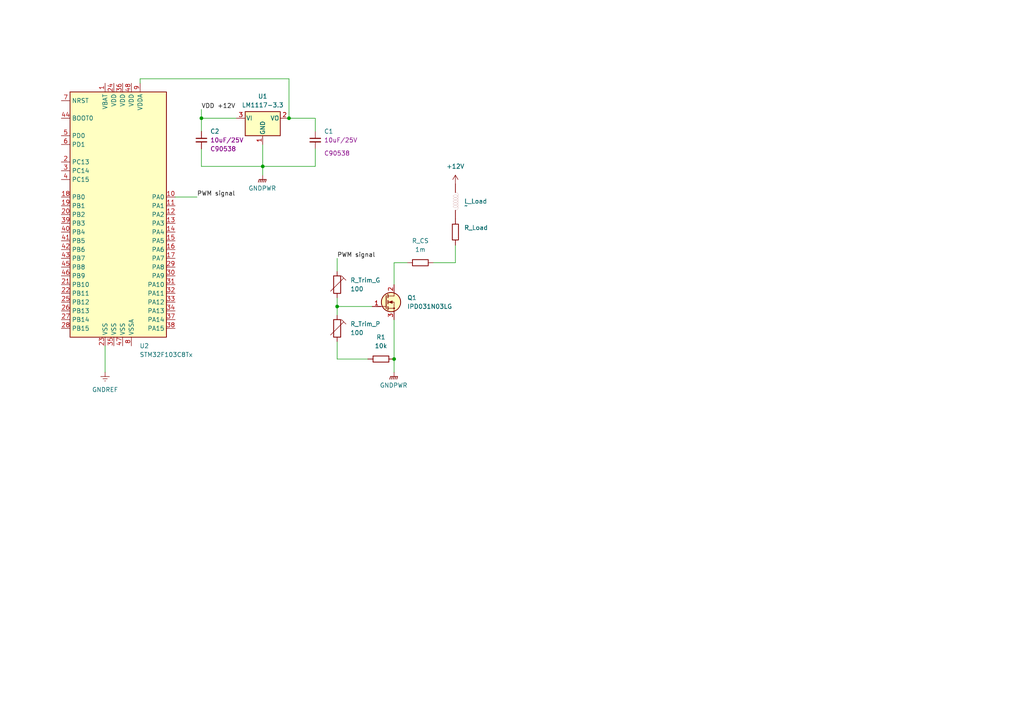
<source format=kicad_sch>
(kicad_sch (version 20231120) (generator "eeschema") (generator_version "8.0")
  (paper "A4")
  (lib_symbols
    (symbol "Device:R_Trim" (pin_numbers hide) (pin_names (offset 0))
      (property "Reference" "R" (at 2.54 -2.54 90))
      (property "Value" "R_Trim" (at -2.54 -0.635 90))
      (symbol "R_Trim_1_1"
        (pin passive line (at 0 3.81 270) (length 1.27) (name "~") (number "1"))
        (pin passive line (at 0 -3.81 90) (length 1.27) (name "~") (number "2"))
      )
    )
    (symbol "MCU_ST_STM32F1:STM32F103C8Tx"
      (property "Reference" "U" (at -15.24 36.83 0))
      (property "Value" "STM32F103C8Tx" (at 7.62 36.83 0))
      (symbol "STM32F103C8Tx_1_1"
        (pin power_in line (at -5.08 38.1 270) (length 2.54) (name "VBAT") (number "1"))
        (pin bidirectional line (at 15.24 5.08 180) (length 2.54) (name "PA0") (number "10"))
        (pin bidirectional line (at 15.24 2.54 180) (length 2.54) (name "PA1") (number "11"))
        (pin bidirectional line (at 15.24 0 180) (length 2.54) (name "PA2") (number "12"))
        (pin bidirectional line (at 15.24 -2.54 180) (length 2.54) (name "PA3") (number "13"))
        (pin bidirectional line (at 15.24 -5.08 180) (length 2.54) (name "PA4") (number "14"))
        (pin bidirectional line (at 15.24 -7.62 180) (length 2.54) (name "PA5") (number "15"))
        (pin bidirectional line (at 15.24 -10.16 180) (length 2.54) (name "PA6") (number "16"))
        (pin bidirectional line (at 15.24 -12.7 180) (length 2.54) (name "PA7") (number "17"))
        (pin bidirectional line (at -17.78 5.08 0) (length 2.54) (name "PB0") (number "18"))
        (pin bidirectional line (at -17.78 2.54 0) (length 2.54) (name "PB1") (number "19"))
        (pin bidirectional line (at -17.78 15.24 0) (length 2.54) (name "PC13") (number "2"))
        (pin bidirectional line (at -17.78 0 0) (length 2.54) (name "PB2") (number "20"))
        (pin bidirectional line (at -17.78 -20.32 0) (length 2.54) (name "PB10") (number "21"))
        (pin bidirectional line (at -17.78 -22.86 0) (length 2.54) (name "PB11") (number "22"))
        (pin power_in line (at -5.08 -38.1 90) (length 2.54) (name "VSS") (number "23"))
        (pin power_in line (at -2.54 38.1 270) (length 2.54) (name "VDD") (number "24"))
        (pin bidirectional line (at -17.78 -25.4 0) (length 2.54) (name "PB12") (number "25"))
        (pin bidirectional line (at -17.78 -27.94 0) (length 2.54) (name "PB13") (number "26"))
        (pin bidirectional line (at -17.78 -30.48 0) (length 2.54) (name "PB14") (number "27"))
        (pin bidirectional line (at -17.78 -33.02 0) (length 2.54) (name "PB15") (number "28"))
        (pin bidirectional line (at 15.24 -15.24 180) (length 2.54) (name "PA8") (number "29"))
        (pin bidirectional line (at -17.78 12.7 0) (length 2.54) (name "PC14") (number "3"))
        (pin bidirectional line (at 15.24 -17.78 180) (length 2.54) (name "PA9") (number "30"))
        (pin bidirectional line (at 15.24 -20.32 180) (length 2.54) (name "PA10") (number "31"))
        (pin bidirectional line (at 15.24 -22.86 180) (length 2.54) (name "PA11") (number "32"))
        (pin bidirectional line (at 15.24 -25.4 180) (length 2.54) (name "PA12") (number "33"))
        (pin bidirectional line (at 15.24 -27.94 180) (length 2.54) (name "PA13") (number "34"))
        (pin power_in line (at -2.54 -38.1 90) (length 2.54) (name "VSS") (number "35"))
        (pin power_in line (at 0 38.1 270) (length 2.54) (name "VDD") (number "36"))
        (pin bidirectional line (at 15.24 -30.48 180) (length 2.54) (name "PA14") (number "37"))
        (pin bidirectional line (at 15.24 -33.02 180) (length 2.54) (name "PA15") (number "38"))
        (pin bidirectional line (at -17.78 -2.54 0) (length 2.54) (name "PB3") (number "39"))
        (pin bidirectional line (at -17.78 10.16 0) (length 2.54) (name "PC15") (number "4"))
        (pin bidirectional line (at -17.78 -5.08 0) (length 2.54) (name "PB4") (number "40"))
        (pin bidirectional line (at -17.78 -7.62 0) (length 2.54) (name "PB5") (number "41"))
        (pin bidirectional line (at -17.78 -10.16 0) (length 2.54) (name "PB6") (number "42"))
        (pin bidirectional line (at -17.78 -12.7 0) (length 2.54) (name "PB7") (number "43"))
        (pin input line (at -17.78 27.94 0) (length 2.54) (name "BOOT0") (number "44"))
        (pin bidirectional line (at -17.78 -15.24 0) (length 2.54) (name "PB8") (number "45"))
        (pin bidirectional line (at -17.78 -17.78 0) (length 2.54) (name "PB9") (number "46"))
        (pin power_in line (at 0 -38.1 90) (length 2.54) (name "VSS") (number "47"))
        (pin power_in line (at 2.54 38.1 270) (length 2.54) (name "VDD") (number "48"))
        (pin input line (at -17.78 22.86 0) (length 2.54) (name "PD0") (number "5"))
        (pin input line (at -17.78 20.32 0) (length 2.54) (name "PD1") (number "6"))
        (pin input line (at -17.78 33.02 0) (length 2.54) (name "NRST") (number "7"))
        (pin power_in line (at 2.54 -38.1 90) (length 2.54) (name "VSSA") (number "8"))
        (pin power_in line (at 5.08 38.1 270) (length 2.54) (name "VDDA") (number "9"))
      )
    )
    (symbol "PCM_4ms_Capacitor:10uF_1206_25V" (pin_numbers hide) (pin_names (offset 0.254) hide)
      (property "Reference" "C" (at 1.905 1.27 0))
      (property "Display" "10uF/25V" (at 1.905 -1.27 0))
      (property "JLCPCB ID" "C90538" (at 1.905 -1.27 0))
      (symbol "10uF_1206_25V_1_1"
        (pin passive line (at 0 2.54 270) (length 2.032) (name "~") (number "1"))
        (pin passive line (at 0 -2.54 90) (length 2.032) (name "~") (number "2"))
      )
    )
    (symbol "PCM_Nuova-Elettronica-Inductances:Inductance" (pin_numbers hide) (pin_names hide)
      (property "Reference" "L" (at 1.75 0.125 0))
      (symbol "Inductance_1_1"
        (pin input line (at 0 5.08 270) (length 2.54) (name "~") (number "1"))
        (pin input line (at 0 -5.08 90) (length 2.54) (name "~") (number "2"))
      )
    )
    (symbol "PCM_SL_Devices:Resistor_1W"
      (property "Reference" "R" (at 0 5.08 0))
      (property "Value" "Resistor_1W" (at 0 2.54 0))
      (symbol "Resistor_1W_1_1"
        (pin passive line (at -3.81 0 0) (length 1.5) (name "") (number "1"))
        (pin passive line (at 3.81 0 180) (length 1.5) (name "~") (number "2"))
      )
    )
    (symbol "PCM_SL_Resistors:10k"
      (property "Reference" "R" (at 0 5.08 0))
      (property "Value" "10k" (at 0 2.54 0))
      (symbol "10k_1_1"
        (pin passive line (at -3.81 0 0) (length 1.5) (name "") (number "1"))
        (pin passive line (at 3.81 0 180) (length 1.5) (name "~") (number "2"))
      )
    )
    (symbol "PCM_SL_Resistors:Resistor"
      (property "Reference" "R" (at 0 5.08 0))
      (property "Value" "Resistor" (at 0 2.54 0))
      (symbol "Resistor_1_1"
        (pin passive line (at -3.81 0 0) (length 1.5) (name "") (number "1"))
        (pin passive line (at 3.81 0 180) (length 1.5) (name "~") (number "2"))
      )
    )
    (symbol "PCM_Transistor_MOSFET_AKL:IPD031N03LG" (pin_names hide)
      (property "Reference" "Q" (at 5.08 1.27 0))
      (property "Value" "IPD031N03LG" (at 5.08 -1.27 0))
      (symbol "IPD031N03LG_1_1"
        (pin input line (at -3.81 -1.27 0) (length 2.54) (name "G") (number "1"))
        (pin passive line (at 2.54 5.08 270) (length 2.54) (name "D") (number "2"))
        (pin passive line (at 2.54 -5.08 90) (length 2.54) (name "S") (number "3"))
      )
    )
    (symbol "Regulator_Linear:LM1117-3.3" (pin_names (offset 0.254))
      (property "Reference" "U" (at -3.81 3.175 0))
      (property "Value" "LM1117-3.3" (at 0 3.175 0))
      (symbol "LM1117-3.3_1_1"
        (pin power_in line (at 0 -7.62 90) (length 2.54) (name "GND") (number "1"))
        (pin power_out line (at 7.62 0 180) (length 2.54) (name "VO") (number "2"))
        (pin power_in line (at -7.62 0 0) (length 2.54) (name "VI") (number "3"))
      )
    )
    (symbol "power:+12V" (power) (pin_names (offset 0))
      (property "Value" "+12V" (at 0 3.556 0))
      (symbol "+12V_1_1"
        (pin power_in line (at 0 0 90) (length 0) hide (name "+12V") (number "1"))
      )
    )
    (symbol "power:GNDPWR" (power) (pin_names (offset 0))
      (property "Value" "GNDPWR" (at 0 -3.302 0))
      (symbol "GNDPWR_1_1"
        (pin power_in line (at 0 0 270) (length 0) hide (name "GNDPWR") (number "1"))
      )
    )
    (symbol "power:GNDREF" (power) (pin_names (offset 0))
      (property "Value" "GNDREF" (at 0 -3.81 0))
      (symbol "GNDREF_1_1"
        (pin power_in line (at 0 0 270) (length 0) hide (name "GNDREF") (number "1"))
      )
    )
  )
  (junction (at 114.3 104.14))
  (junction (at 83.82 34.29))
  (junction (at 97.79 88.9))
  (junction (at 76.2 48.26))
  (junction (at 58.42 34.29))
  (wire (pts (xy 114.3 92.71) (xy 114.3 104.14)))
  (wire (pts (xy 97.79 104.14) (xy 97.79 99.06)))
  (wire (pts (xy 132.08 71.12) (xy 132.08 76.2)))
  (wire (pts (xy 114.3 76.2) (xy 118.11 76.2)))
  (wire (pts (xy 91.44 43.18) (xy 91.44 48.26)))
  (wire (pts (xy 58.42 38.1) (xy 58.42 34.29)))
  (wire (pts (xy 106.68 104.14) (xy 97.79 104.14)))
  (wire (pts (xy 114.3 104.14) (xy 114.3 107.95)))
  (wire (pts (xy 97.79 86.36) (xy 97.79 88.9)))
  (wire (pts (xy 83.82 22.86) (xy 83.82 34.29)))
  (wire (pts (xy 97.79 88.9) (xy 107.95 88.9)))
  (wire (pts (xy 30.48 100.33) (xy 30.48 107.95)))
  (wire (pts (xy 50.8 57.15) (xy 57.15 57.15)))
  (wire (pts (xy 83.82 34.29) (xy 91.44 34.29)))
  (wire (pts (xy 40.64 22.86) (xy 40.64 24.13)))
  (wire (pts (xy 58.42 48.26) (xy 76.2 48.26)))
  (wire (pts (xy 68.58 34.29) (xy 58.42 34.29)))
  (wire (pts (xy 58.42 43.18) (xy 58.42 48.26)))
  (wire (pts (xy 114.3 82.55) (xy 114.3 76.2)))
  (wire (pts (xy 97.79 78.74) (xy 97.79 74.93)))
  (wire (pts (xy 76.2 48.26) (xy 76.2 50.8)))
  (wire (pts (xy 83.82 22.86) (xy 40.64 22.86)))
  (wire (pts (xy 76.2 48.26) (xy 76.2 41.91)))
  (wire (pts (xy 91.44 38.1) (xy 91.44 34.29)))
  (wire (pts (xy 58.42 31.75) (xy 58.42 34.29)))
  (wire (pts (xy 76.2 48.26) (xy 91.44 48.26)))
  (wire (pts (xy 97.79 91.44) (xy 97.79 88.9)))
  (wire (pts (xy 132.08 76.2) (xy 125.73 76.2)))
  (label "PWM signal" (at 97.79 74.93 0))
  (label "VDD +12V" (at 58.42 31.75 0))
  (label "PWM signal" (at 57.15 57.15 0))
  (symbol (lib_id "PCM_4ms_Capacitor:10uF_1206_25V") (at 91.44 40.64 0) (unit 1)
    (property "Reference" "C1" (at 93.98 38.1062 0) (effects (justify left)))
    (property "Value" "10uF_1206_25V" (effects (hide yes)))
    (property "Footprint" "4ms_Capacitor:C_1206" (effects (hide yes)))
    (property "Description" "10uF, Min. 25V, X5R or similar, 10%, MLCC" (effects (hide yes)))
    (property "Specifications" "10uF, Min. 25V, X5R or similar, 10%, MLCC" (effects (hide yes)))
    (property "Manufacturer" "Yaego" (effects (hide yes)))
    (property "Part Number" "CC1206KKX5R8BB106" (effects (hide yes)))
    (property "Display" "10uF/25V" (at 93.98 40.6462 0) (effects (justify left)))
    (property "JLCPCB ID" "C90538" (at 93.98 44.4562 0) (effects (justify left)))
  )
  (symbol (lib_id "power:GNDPWR") (at 76.2 50.8 0) (unit 1)
    (property "Reference" "#PWR01" (effects (hide yes)))
    (property "Value" "GNDPWR" (at 76.073 54.61 0))
    (property "Description" "Power symbol creates a global label with name \"GNDPWR\" , power ground" (effects (hide yes)))
  )
  (symbol (lib_id "PCM_Transistor_MOSFET_AKL:IPD031N03LG") (at 111.76 87.63 0) (unit 1)
    (property "Reference" "Q1" (at 118.11 86.3599 0) (effects (justify left)))
    (property "Value" "IPD031N03LG" (at 118.11 88.8999 0) (effects (justify left)))
    (property "Footprint" "Package_TO_SOT_SMD_AKL:TO-252-2" (effects (hide yes)))
    (property "Datasheet" "https://www.tme.eu/Document/87c57a71530a3cf4558317800a83bf98/IPD031N03LG-DTE.pdf" (effects (hide yes)))
    (property "Description" "TO-252 N-MOSFET enchancement mode transistor, 30V, 90A, 94W, Alternate KiCAD Library" (effects (hide yes)))
  )
  (symbol (lib_id "Regulator_Linear:LM1117-3.3") (at 76.2 34.29 0) (unit 1)
    (property "Reference" "U1" (at 76.2 27.94 0))
    (property "Value" "LM1117-3.3" (at 76.2 30.48 0))
    (property "Datasheet" "http://www.ti.com/lit/ds/symlink/lm1117.pdf" (effects (hide yes)))
    (property "Description" "800mA Low-Dropout Linear Regulator, 3.3V fixed output, TO-220/TO-252/TO-263/SOT-223" (effects (hide yes)))
  )
  (symbol (lib_id "Device:R_Trim") (at 97.79 95.25 0) (unit 1)
    (property "Reference" "R_Trim_P" (at 101.6 93.9799 0) (effects (justify left)))
    (property "Value" "100" (at 101.6 96.5199 0) (effects (justify left)))
    (property "Description" "Trimmable resistor (preset resistor)" (effects (hide yes)))
  )
  (symbol (lib_id "power:GNDPWR") (at 114.3 107.95 0) (unit 1)
    (property "Reference" "#PWR03" (effects (hide yes)))
    (property "Value" "GNDPWR" (at 114.173 111.76 0))
    (property "Description" "Power symbol creates a global label with name \"GNDPWR\" , power ground" (effects (hide yes)))
  )
  (symbol (lib_id "power:GNDREF") (at 30.48 107.95 0) (unit 1)
    (property "Reference" "#PWR02" (effects (hide yes)))
    (property "Value" "GNDREF" (at 30.48 113.03 0))
    (property "Description" "Power symbol creates a global label with name \"GNDREF\" , reference supply ground" (effects (hide yes)))
  )
  (symbol (lib_id "Device:R_Trim") (at 97.79 82.55 0) (unit 1)
    (property "Reference" "R_Trim_G" (at 101.6 81.2799 0) (effects (justify left)))
    (property "Value" "100" (at 101.6 83.8199 0) (effects (justify left)))
    (property "Description" "Trimmable resistor (preset resistor)" (effects (hide yes)))
  )
  (symbol (lib_id "PCM_4ms_Capacitor:10uF_1206_25V") (at 58.42 40.64 0) (unit 1)
    (property "Reference" "C2" (at 60.96 38.1062 0) (effects (justify left)))
    (property "Value" "10uF_1206_25V" (effects (hide yes)))
    (property "Footprint" "4ms_Capacitor:C_1206" (effects (hide yes)))
    (property "Description" "10uF, Min. 25V, X5R or similar, 10%, MLCC" (effects (hide yes)))
    (property "Specifications" "10uF, Min. 25V, X5R or similar, 10%, MLCC" (effects (hide yes)))
    (property "Manufacturer" "Yaego" (effects (hide yes)))
    (property "Part Number" "CC1206KKX5R8BB106" (effects (hide yes)))
    (property "Display" "10uF/25V" (at 60.96 40.6462 0) (effects (justify left)))
    (property "JLCPCB ID" "C90538" (at 60.96 43.1862 0) (effects (justify left)))
  )
  (symbol (lib_id "MCU_ST_STM32F1:STM32F103C8Tx") (at 35.56 62.23 0) (unit 1)
    (property "Reference" "U2" (at 40.473 100.33 0) (effects (justify left)))
    (property "Value" "STM32F103C8Tx" (at 40.473 102.87 0) (effects (justify left)))
    (property "Footprint" "Package_QFP:LQFP-48_7x7mm_P0.5mm" (effects (hide yes)))
    (property "Datasheet" "http://www.st.com/st-web-ui/static/active/en/resource/technical/document/datasheet/CD00161566.pdf" (effects (hide yes)))
    (property "Description" "ARM Cortex-M3 MCU, 64KB flash, 20KB RAM, 72MHz, 2-3.6V, 37 GPIO, LQFP-48" (effects (hide yes)))
  )
  (symbol (lib_id "PCM_SL_Devices:Resistor_1W") (at 121.92 76.2 0) (unit 1)
    (property "Reference" "R_CS" (at 121.92 69.85 0))
    (property "Value" "1m" (at 121.92 72.39 0))
    (property "Footprint" "Resistor_THT:R_Axial_DIN0414_L11.9mm_D4.5mm_P20.32mm_Horizontal" (effects (hide yes)))
    (property "Description" "Current Sense" (effects (hide yes)))
  )
  (symbol (lib_id "power:+12V") (at 132.08 53.34 0) (unit 1)
    (property "Reference" "#PWR04" (effects (hide yes)))
    (property "Value" "+12V" (at 132.08 48.26 0))
    (property "Description" "Power symbol creates a global label with name \"+12V\"" (effects (hide yes)))
  )
  (symbol (lib_id "PCM_SL_Resistors:10k") (at 110.49 104.14 0) (unit 1)
    (property "Reference" "R1" (at 110.49 97.79 0))
    (property "Value" "10k" (at 110.49 100.33 0))
    (property "Footprint" "Resistor_THT:R_Axial_DIN0207_L6.3mm_D2.5mm_P10.16mm_Horizontal" (effects (hide yes)))
    (property "Description" "10kΩ, 1/4W Resistor" (effects (hide yes)))
  )
  (symbol (lib_id "PCM_SL_Resistors:Resistor") (at 132.08 67.31 90) (unit 1)
    (property "Reference" "R_Load" (at 134.62 66.0399 90) (effects (justify right)))
    (property "Footprint" "Resistor_THT:R_Axial_DIN0207_L6.3mm_D2.5mm_P10.16mm_Horizontal" (effects (hide yes)))
    (property "Description" "1/4W Resistor" (effects (hide yes)))
  )
  (symbol (lib_id "PCM_Nuova-Elettronica-Inductances:Inductance") (at 132.08 58.42 0) (unit 1)
    (property "Reference" "L_Load" (at 134.62 58.3818 0) (effects (justify left)))
    (property "Value" "~" (at 134.62 59.6519 0) (effects (justify left)))
  )
)
</source>
